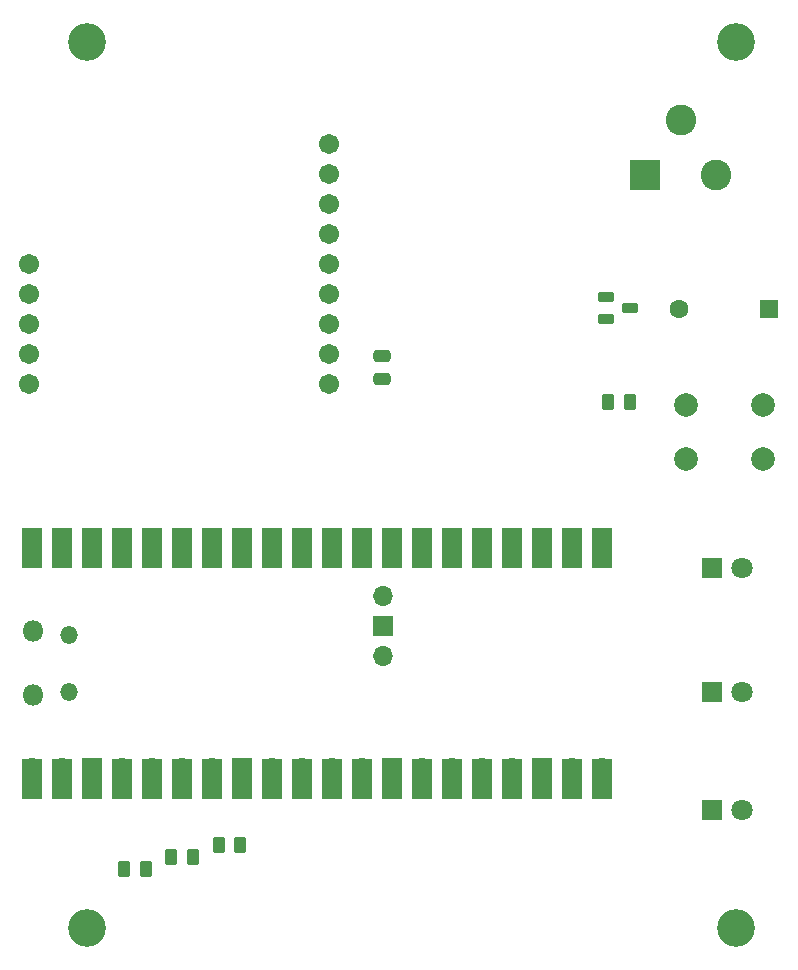
<source format=gts>
G04 #@! TF.GenerationSoftware,KiCad,Pcbnew,9.0.0*
G04 #@! TF.CreationDate,2025-05-15T15:17:57-04:00*
G04 #@! TF.ProjectId,blood_pressure,626c6f6f-645f-4707-9265-73737572652e,rev?*
G04 #@! TF.SameCoordinates,Original*
G04 #@! TF.FileFunction,Soldermask,Top*
G04 #@! TF.FilePolarity,Negative*
%FSLAX46Y46*%
G04 Gerber Fmt 4.6, Leading zero omitted, Abs format (unit mm)*
G04 Created by KiCad (PCBNEW 9.0.0) date 2025-05-15 15:17:57*
%MOMM*%
%LPD*%
G01*
G04 APERTURE LIST*
G04 Aperture macros list*
%AMRoundRect*
0 Rectangle with rounded corners*
0 $1 Rounding radius*
0 $2 $3 $4 $5 $6 $7 $8 $9 X,Y pos of 4 corners*
0 Add a 4 corners polygon primitive as box body*
4,1,4,$2,$3,$4,$5,$6,$7,$8,$9,$2,$3,0*
0 Add four circle primitives for the rounded corners*
1,1,$1+$1,$2,$3*
1,1,$1+$1,$4,$5*
1,1,$1+$1,$6,$7*
1,1,$1+$1,$8,$9*
0 Add four rect primitives between the rounded corners*
20,1,$1+$1,$2,$3,$4,$5,0*
20,1,$1+$1,$4,$5,$6,$7,0*
20,1,$1+$1,$6,$7,$8,$9,0*
20,1,$1+$1,$8,$9,$2,$3,0*%
G04 Aperture macros list end*
%ADD10C,3.200000*%
%ADD11RoundRect,0.250000X-0.262500X-0.450000X0.262500X-0.450000X0.262500X0.450000X-0.262500X0.450000X0*%
%ADD12RoundRect,0.250000X0.475000X-0.250000X0.475000X0.250000X-0.475000X0.250000X-0.475000X-0.250000X0*%
%ADD13C,1.712000*%
%ADD14R,2.600000X2.600000*%
%ADD15C,2.600000*%
%ADD16RoundRect,0.101750X-0.590250X-0.305250X0.590250X-0.305250X0.590250X0.305250X-0.590250X0.305250X0*%
%ADD17O,1.800000X1.800000*%
%ADD18O,1.500000X1.500000*%
%ADD19O,1.700000X1.700000*%
%ADD20R,1.700000X3.500000*%
%ADD21R,1.700000X1.700000*%
%ADD22R,1.800000X1.800000*%
%ADD23C,1.800000*%
%ADD24C,2.000000*%
%ADD25RoundRect,0.250000X0.550000X0.550000X-0.550000X0.550000X-0.550000X-0.550000X0.550000X-0.550000X0*%
%ADD26C,1.600000*%
G04 APERTURE END LIST*
D10*
X167500000Y-102500000D03*
D11*
X119675000Y-96500000D03*
X121500000Y-96500000D03*
X123675000Y-95500000D03*
X125500000Y-95500000D03*
D12*
X137500000Y-56000000D03*
X137500000Y-54100000D03*
D10*
X112500000Y-102500000D03*
D13*
X107625000Y-56414000D03*
X107625000Y-53874000D03*
X107625000Y-51334000D03*
X107625000Y-48794000D03*
X107625000Y-46254000D03*
X133025000Y-56414000D03*
X133025000Y-53874000D03*
X133025000Y-51334000D03*
X133025000Y-48794000D03*
X133025000Y-46254000D03*
X133025000Y-43714000D03*
X133025000Y-41174000D03*
X133025000Y-38634000D03*
X133025000Y-36094000D03*
D10*
X167500000Y-27500000D03*
D11*
X115675000Y-97500000D03*
X117500000Y-97500000D03*
D10*
X112500000Y-27500000D03*
D11*
X156675000Y-58000000D03*
X158500000Y-58000000D03*
D14*
X159800000Y-38750000D03*
D15*
X165800000Y-38750000D03*
X162800000Y-34050000D03*
D16*
X156475000Y-49085000D03*
X156475000Y-50915000D03*
X158525000Y-50000000D03*
D17*
X107960000Y-82809100D03*
D18*
X110990000Y-82509100D03*
X110990000Y-77659100D03*
D17*
X107960000Y-77359100D03*
D19*
X107830000Y-88974100D03*
D20*
X107830000Y-89874100D03*
D19*
X110370000Y-88974100D03*
D20*
X110370000Y-89874100D03*
D21*
X112910000Y-88974100D03*
D20*
X112910000Y-89874100D03*
D19*
X115450000Y-88974100D03*
D20*
X115450000Y-89874100D03*
D19*
X117990000Y-88974100D03*
D20*
X117990000Y-89874100D03*
D19*
X120530000Y-88974100D03*
D20*
X120530000Y-89874100D03*
D19*
X123070000Y-88974100D03*
D20*
X123070000Y-89874100D03*
D21*
X125610000Y-88974100D03*
D20*
X125610000Y-89874100D03*
D19*
X128150000Y-88974100D03*
D20*
X128150000Y-89874100D03*
D19*
X130690000Y-88974100D03*
D20*
X130690000Y-89874100D03*
D19*
X133230000Y-88974100D03*
D20*
X133230000Y-89874100D03*
D19*
X135770000Y-88974100D03*
D20*
X135770000Y-89874100D03*
D21*
X138310000Y-88974100D03*
D20*
X138310000Y-89874100D03*
D19*
X140850000Y-88974100D03*
D20*
X140850000Y-89874100D03*
D19*
X143390000Y-88974100D03*
D20*
X143390000Y-89874100D03*
D19*
X145930000Y-88974100D03*
D20*
X145930000Y-89874100D03*
D19*
X148470000Y-88974100D03*
D20*
X148470000Y-89874100D03*
D21*
X151010000Y-88974100D03*
D20*
X151010000Y-89874100D03*
D19*
X153550000Y-88974100D03*
D20*
X153550000Y-89874100D03*
D19*
X156090000Y-88974100D03*
D20*
X156090000Y-89874100D03*
D19*
X156090000Y-71194100D03*
D20*
X156090000Y-70294100D03*
D19*
X153550000Y-71194100D03*
D20*
X153550000Y-70294100D03*
D21*
X151010000Y-71194100D03*
D20*
X151010000Y-70294100D03*
D19*
X148470000Y-71194100D03*
D20*
X148470000Y-70294100D03*
D19*
X145930000Y-71194100D03*
D20*
X145930000Y-70294100D03*
D19*
X143390000Y-71194100D03*
D20*
X143390000Y-70294100D03*
D19*
X140850000Y-71194100D03*
D20*
X140850000Y-70294100D03*
D21*
X138310000Y-71194100D03*
D20*
X138310000Y-70294100D03*
D19*
X135770000Y-71194100D03*
D20*
X135770000Y-70294100D03*
D19*
X133230000Y-71194100D03*
D20*
X133230000Y-70294100D03*
D19*
X130690000Y-71194100D03*
D20*
X130690000Y-70294100D03*
D19*
X128150000Y-71194100D03*
D20*
X128150000Y-70294100D03*
D21*
X125610000Y-71194100D03*
D20*
X125610000Y-70294100D03*
D19*
X123070000Y-71194100D03*
D20*
X123070000Y-70294100D03*
D19*
X120530000Y-71194100D03*
D20*
X120530000Y-70294100D03*
D19*
X117990000Y-71194100D03*
D20*
X117990000Y-70294100D03*
D19*
X115450000Y-71194100D03*
D20*
X115450000Y-70294100D03*
D21*
X112910000Y-71194100D03*
D20*
X112910000Y-70294100D03*
D19*
X110370000Y-71194100D03*
D20*
X110370000Y-70294100D03*
D19*
X107830000Y-71194100D03*
D20*
X107830000Y-70294100D03*
D19*
X137560000Y-79500000D03*
D21*
X137560000Y-76960000D03*
D19*
X137560000Y-74420000D03*
D22*
X165475000Y-72000000D03*
D23*
X168015000Y-72000000D03*
D22*
X165460000Y-82500000D03*
D23*
X168000000Y-82500000D03*
D22*
X165460000Y-92500000D03*
D23*
X168000000Y-92500000D03*
D24*
X163250000Y-62750000D03*
X169750000Y-62750000D03*
X163250000Y-58250000D03*
X169750000Y-58250000D03*
D25*
X170305000Y-50052500D03*
D26*
X162685000Y-50052500D03*
M02*

</source>
